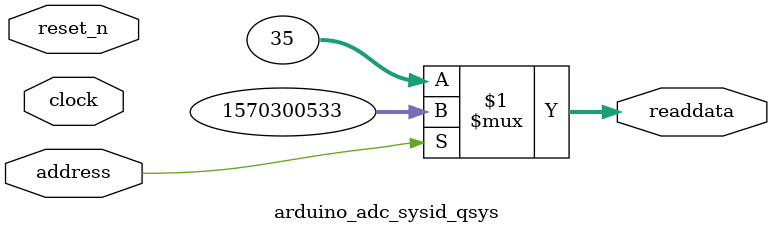
<source format=v>



// synthesis translate_off
`timescale 1ns / 1ps
// synthesis translate_on

// turn off superfluous verilog processor warnings 
// altera message_level Level1 
// altera message_off 10034 10035 10036 10037 10230 10240 10030 

module arduino_adc_sysid_qsys (
               // inputs:
                address,
                clock,
                reset_n,

               // outputs:
                readdata
             )
;

  output  [ 31: 0] readdata;
  input            address;
  input            clock;
  input            reset_n;

  wire    [ 31: 0] readdata;
  //control_slave, which is an e_avalon_slave
  assign readdata = address ? 1570300533 : 35;

endmodule



</source>
